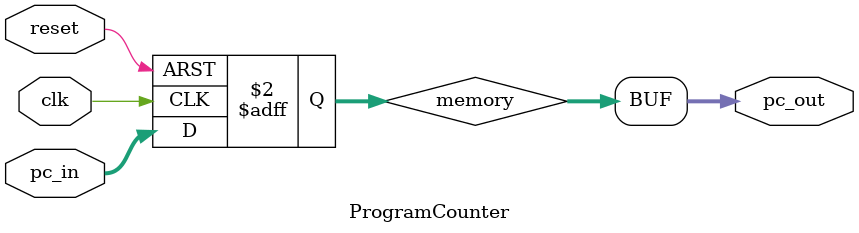
<source format=v>
`default_nettype none

module ProgramCounter (
    clk,
    reset,
    pc_in,
    pc_out
);
    input clk;

    input reset;
    input [31:0] pc_in;
    output [31:0] pc_out;

    reg [31:0] memory;

    always @ (negedge clk or posedge reset) begin
            if (reset)
                memory<=0;
            else 
                memory<=pc_in;
    end

    assign pc_out = memory;

endmodule

</source>
